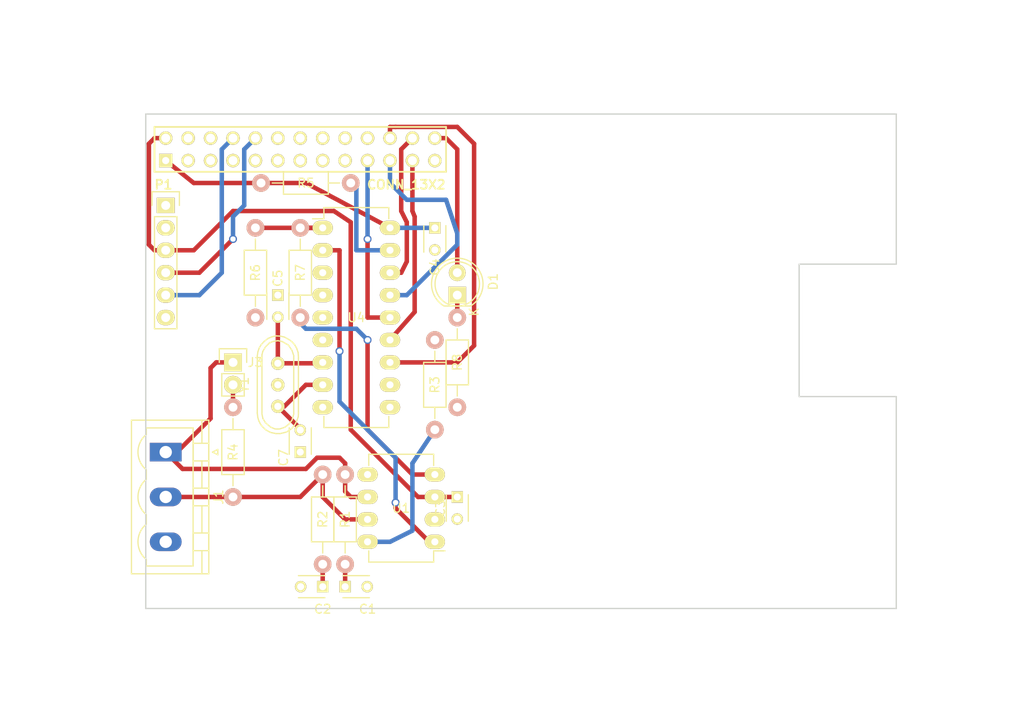
<source format=kicad_pcb>
(kicad_pcb (version 20221018) (generator pcbnew)
  (title_block (date "15 nov 2012"))
  (layers (0 "F.Cu" signal) (31 "B.Cu" signal) (34 "B.Paste" user) (35 "F.Paste" user) (36 "B.SilkS" user "B.Silkscreen") (37 "F.SilkS" user "F.Silkscreen") (38 "B.Mask" user) (39 "F.Mask" user) (44 "Edge.Cuts" user))
  (net 0 "")
  (net 1 "+3.3V")
  (net 2 "+5V")
  (net 3 "GND")
  (net 4 "Net-(C1-Pad1)")
  (net 5 "Net-(C2-Pad1)")
  (net 6 "Net-(C5-Pad2)")
  (net 7 "Net-(C7-Pad2)")
  (net 8 "Net-(D1-Pad1)")
  (net 9 "/GPIO7(CE1)")
  (net 10 "/CANL")
  (net 11 "/CANH")
  (net 12 "/RXD")
  (net 13 "/TXD")
  (net 14 "Net-(J2-Pad6)")
  (net 15 "Net-(J3-Pad2)")
  (net 16 "/GPIO0(SDA)")
  (net 17 "Net-(P1-Pad4)")
  (net 18 "/GPIO1(SCL)")
  (net 19 "/GPIO4")
  (net 20 "Net-(P1-Pad9)")
  (net 21 "/GPIO17")
  (net 22 "/GPIO18")
  (net 23 "/GPIO21")
  (net 24 "Net-(P1-Pad14)")
  (net 25 "/GPIO22")
  (net 26 "/GPIO23")
  (net 27 "Net-(P1-Pad17)")
  (net 28 "/GPIO24")
  (net 29 "/GPIO10(MOSI)")
  (net 30 "Net-(P1-Pad20)")
  (net 31 "/GPIO9(MISO)")
  (net 32 "/GPIO25")
  (net 33 "/GPIO11(SCLK)")
  (net 34 "/GPIO8(CE0)")
  (net 35 "Net-(P1-Pad25)")
  (net 36 "Net-(R3-Pad2)")
  (net 37 "Net-(R5-Pad2)")
  (net 38 "Net-(R6-Pad1)")
  (net 39 "Net-(R7-Pad1)")
  (net 40 "Net-(U1-Pad1)")
  (net 41 "Net-(U1-Pad5)")
  (net 42 "Net-(U4-Pad3)")
  (net 43 "Net-(U4-Pad4)")
  (net 44 "Net-(U4-Pad5)")
  (net 45 "Net-(U4-Pad6)")
  (net 46 "Net-(U4-Pad10)")
  (net 47 "Net-(U4-Pad11)")
  (footprint "pin_array_13x2" (layer "F.Cu") (at 161 129)
    (fp_text reference "P1" (at -15.5 4) (layer "F.SilkS") (effects (font (size 1.016 1.016) (thickness 0.2032))))
    (fp_text value "CONN_13X2" (at 12 4) (layer "F.SilkS") (effects (font (size 1.016 1.016) (thickness 0.2032))))
    (fp_line (start -16.51 -2.54) (end -16.51 2.54) (stroke (width 0.2032)) (layer "F.SilkS"))
    (fp_line (start -16.51 2.54) (end 16.51 2.54) (stroke (width 0.2032)) (layer "F.SilkS"))
    (fp_line (start 16.51 -2.54) (end -16.51 -2.54) (stroke (width 0.2032)) (layer "F.SilkS"))
    (fp_line (start 16.51 2.54) (end 16.51 -2.54) (stroke (width 0.2032)) (layer "F.SilkS"))
    (pad "1" thru_hole rect locked (at -15.24 1.27) (size 1.524 1.524) (drill 0.8128) (layers "*.Cu" "*.Mask" "F.SilkS") (net 1 "+3.3V"))
    (pad "2" thru_hole circle locked (at -15.24 -1.27) (size 1.524 1.524) (drill 1.016) (layers "*.Cu" "*.Mask" "F.SilkS") (net 2 "+5V"))
    (pad "3" thru_hole circle locked (at -12.7 1.27) (size 1.524 1.524) (drill 1.016) (layers "*.Cu" "*.Mask" "F.SilkS") (net 16 "/GPIO0(SDA)"))
    (pad "4" thru_hole circle locked (at -12.7 -1.27) (size 1.524 1.524) (drill 1.016) (layers "*.Cu" "*.Mask" "F.SilkS") (net 17 "Net-(P1-Pad4)"))
    (pad "5" thru_hole circle locked (at -10.16 1.27) (size 1.524 1.524) (drill 1.016) (layers "*.Cu" "*.Mask" "F.SilkS") (net 18 "/GPIO1(SCL)"))
    (pad "6" thru_hole circle locked (at -10.16 -1.27) (size 1.524 1.524) (drill 1.016) (layers "*.Cu" "*.Mask" "F.SilkS") (net 3 "GND"))
    (pad "7" thru_hole circle locked (at -7.62 1.27) (size 1.524 1.524) (drill 1.016) (layers "*.Cu" "*.Mask" "F.SilkS") (net 19 "/GPIO4"))
    (pad "8" thru_hole circle locked (at -7.62 -1.27) (size 1.524 1.524) (drill 1.016) (layers "*.Cu" "*.Mask" "F.SilkS") (net 13 "/TXD"))
    (pad "9" thru_hole circle locked (at -5.08 1.27) (size 1.524 1.524) (drill 1.016) (layers "*.Cu" "*.Mask" "F.SilkS") (net 20 "Net-(P1-Pad9)"))
    (pad "10" thru_hole circle locked (at -5.08 -1.27) (size 1.524 1.524) (drill 1.016) (layers "*.Cu" "*.Mask" "F.SilkS") (net 12 "/RXD"))
    (pad "11" thru_hole circle locked (at -2.54 1.27) (size 1.524 1.524) (drill 1.016) (layers "*.Cu" "*.Mask" "F.SilkS") (net 21 "/GPIO17"))
    (pad "12" thru_hole circle locked (at -2.54 -1.27) (size 1.524 1.524) (drill 1.016) (layers "*.Cu" "*.Mask" "F.SilkS") (net 22 "/GPIO18"))
    (pad "13" thru_hole circle locked (at 0 1.27) (size 1.524 1.524) (drill 1.016) (layers "*.Cu" "*.Mask" "F.SilkS") (net 23 "/GPIO21"))
    (pad "14" thru_hole circle locked (at 0 -1.27) (size 1.524 1.524) (drill 1.016) (layers "*.Cu" "*.Mask" "F.SilkS") (net 24 "Net-(P1-Pad14)"))
    (pad "15" thru_hole circle locked (at 2.54 1.27) (size 1.524 1.524) (drill 1.016) (layers "*.Cu" "*.Mask" "F.SilkS") (net 25 "/GPIO22"))
    (pad "16" thru_hole circle locked (at 2.54 -1.27) (size 1.524 1.524) (drill 1.016) (layers "*.Cu" "*.Mask" "F.SilkS") (net 26 "/GPIO23"))
    (pad "17" thru_hole circle locked (at 5.08 1.27) (size 1.524 1.524) (drill 1.016) (layers "*.Cu" "*.Mask" "F.SilkS") (net 27 "Net-(P1-Pad17)"))
    (pad "18" thru_hole circle locked (at 5.08 -1.27) (size 1.524 1.524) (drill 1.016) (layers "*.Cu" "*.Mask" "F.SilkS") (net 28 "/GPIO24"))
    (pad "19" thru_hole circle locked (at 7.62 1.27) (size 1.524 1.524) (drill 1.016) (layers "*.Cu" "*.Mask" "F.SilkS") (net 29 "/GPIO10(MOSI)"))
    (pad "20" thru_hole circle locked (at 7.62 -1.27) (size 1.524 1.524) (drill 1.016) (layers "*.Cu" "*.Mask" "F.SilkS") (net 30 "Net-(P1-Pad20)"))
    (pad "21" thru_hole circle locked (at 10.16 1.27) (size 1.524 1.524) (drill 1.016) (layers "*.Cu" "*.Mask" "F.SilkS") (net 31 "/GPIO9(MISO)"))
    (pad "22" thru_hole circle locked (at 10.16 -1.27) (size 1.524 1.524) (drill 1.016) (layers "*.Cu" "*.Mask" "F.SilkS") (net 32 "/GPIO25"))
    (pad "23" thru_hole circle locked (at 12.7 1.27) (size 1.524 1.524) (drill 1.016) (layers "*.Cu" "*.Mask" "F.SilkS") (net 33 "/GPIO11(SCLK)"))
    (pad "24" thru_hole circle locked (at 12.7 -1.27) (size 1.524 1.524) (drill 1.016) (layers "*.Cu" "*.Mask" "F.SilkS") (net 34 "/GPIO8(CE0)"))
    (pad "25" thru_hole circle locked (at 15.24 1.27) (size 1.524 1.524) (drill 1.016) (layers "*.Cu" "*.Mask" "F.SilkS") (net 35 "Net-(P1-Pad25)"))
    (pad "26" thru_hole circle locked (at 15.24 -1.27) (size 1.524 1.524) (drill 1.016) (layers "*.Cu" "*.Mask" "F.SilkS") (net 9 "/GPIO7(CE1)"))
  )
  (footprint "Capacitors_ThroughHole:C_Disc_D3_P2.5" (layer "F.Cu") (at 166.08 178.53)
    (fp_text reference "C1" (at 2.54 2.54) (layer "F.SilkS"))
    (fp_text value "560pF")
    (fp_line (start -0.25 -1.25) (end 2.75 -1.25) (stroke (width 0.15)) (layer "F.SilkS"))
    (fp_line (start 2.75 1.25) (end -0.25 1.25) (stroke (width 0.15)) (layer "F.SilkS"))
    (pad "1" thru_hole rect (at 0 0) (size 1.3 1.3) (drill 0.8) (layers "*.Cu" "*.Mask" "F.SilkS") (net 4 "Net-(C1-Pad1)"))
    (pad "2" thru_hole circle (at 2.5 0) (size 1.3 1.3) (drill 0.8001) (layers "*.Cu" "*.Mask" "F.SilkS") (net 3 "GND"))
  )
  (footprint "Capacitors_ThroughHole:C_Disc_D3_P2.5" (layer "F.Cu") (at 163.54 178.53 180)
    (fp_text reference "C2" (at 0 -2.54 180) (layer "F.SilkS"))
    (fp_text value "560pF")
    (fp_line (start -0.25 -1.25) (end 2.75 -1.25) (stroke (width 0.15)) (layer "F.SilkS"))
    (fp_line (start 2.75 1.25) (end -0.25 1.25) (stroke (width 0.15)) (layer "F.SilkS"))
    (pad "1" thru_hole rect (at 0 0 180) (size 1.3 1.3) (drill 0.8) (layers "*.Cu" "*.Mask" "F.SilkS") (net 5 "Net-(C2-Pad1)"))
    (pad "2" thru_hole circle (at 2.5 0 180) (size 1.3 1.3) (drill 0.8001) (layers "*.Cu" "*.Mask" "F.SilkS") (net 3 "GND"))
  )
  (footprint "Capacitors_ThroughHole:C_Disc_D3_P2.5" (layer "F.Cu") (at 178.78 168.37 -90)
    (fp_text reference "C3" (at 1.27 1.905 270) (layer "F.SilkS"))
    (fp_text value "0.1μF")
    (fp_line (start -0.25 -1.25) (end 2.75 -1.25) (stroke (width 0.15)) (layer "F.SilkS"))
    (fp_line (start 2.75 1.25) (end -0.25 1.25) (stroke (width 0.15)) (layer "F.SilkS"))
    (pad "1" thru_hole rect (at 0 0 270) (size 1.3 1.3) (drill 0.8) (layers "*.Cu" "*.Mask" "F.SilkS") (net 2 "+5V"))
    (pad "2" thru_hole circle (at 2.5 0 270) (size 1.3 1.3) (drill 0.8001) (layers "*.Cu" "*.Mask" "F.SilkS") (net 3 "GND"))
  )
  (footprint "Capacitors_ThroughHole:C_Disc_D3_P2.5" (layer "F.Cu") (at 176.24 137.89 -90)
    (fp_text reference "C4" (at 4.445 0 270) (layer "F.SilkS"))
    (fp_text value "0.1μF")
    (fp_line (start -0.25 -1.25) (end 2.75 -1.25) (stroke (width 0.15)) (layer "F.SilkS"))
    (fp_line (start 2.75 1.25) (end -0.25 1.25) (stroke (width 0.15)) (layer "F.SilkS"))
    (pad "1" thru_hole rect (at 0 0 270) (size 1.3 1.3) (drill 0.8) (layers "*.Cu" "*.Mask" "F.SilkS") (net 1 "+3.3V"))
    (pad "2" thru_hole circle (at 2.5 0 270) (size 1.3 1.3) (drill 0.8001) (layers "*.Cu" "*.Mask" "F.SilkS") (net 3 "GND"))
  )
  (footprint "Capacitors_ThroughHole:C_Disc_D3_P2.5" (layer "F.Cu") (at 158.46 145.51 -90)
    (fp_text reference "C5" (at -1.905 0 270) (layer "F.SilkS"))
    (fp_text value "22pF")
    (fp_line (start -0.25 -1.25) (end 2.75 -1.25) (stroke (width 0.15)) (layer "F.SilkS"))
    (fp_line (start 2.75 1.25) (end -0.25 1.25) (stroke (width 0.15)) (layer "F.SilkS"))
    (pad "1" thru_hole rect (at 0 0 270) (size 1.3 1.3) (drill 0.8) (layers "*.Cu" "*.Mask" "F.SilkS") (net 3 "GND"))
    (pad "2" thru_hole circle (at 2.5 0 270) (size 1.3 1.3) (drill 0.8001) (layers "*.Cu" "*.Mask" "F.SilkS") (net 6 "Net-(C5-Pad2)"))
  )
  (footprint "Capacitors_ThroughHole:C_Disc_D3_P2.5" (layer "F.Cu") (at 161 163.29 90)
    (fp_text reference "C7" (at -0.635 -1.905 90) (layer "F.SilkS"))
    (fp_text value "22pF")
    (fp_line (start -0.25 -1.25) (end 2.75 -1.25) (stroke (width 0.15)) (layer "F.SilkS"))
    (fp_line (start 2.75 1.25) (end -0.25 1.25) (stroke (width 0.15)) (layer "F.SilkS"))
    (pad "1" thru_hole rect (at 0 0 90) (size 1.3 1.3) (drill 0.8) (layers "*.Cu" "*.Mask" "F.SilkS") (net 3 "GND"))
    (pad "2" thru_hole circle (at 2.5 0 90) (size 1.3 1.3) (drill 0.8001) (layers "*.Cu" "*.Mask" "F.SilkS") (net 7 "Net-(C7-Pad2)"))
  )
  (footprint "LEDs:LED-5MM" (layer "F.Cu") (at 178.78 145.51 90)
    (fp_text reference "D1" (at 1.524 4.064 90) (layer "F.SilkS"))
    (fp_text value "LED")
    (fp_text user "K" (at -1.905 1.905 90) (layer "F.SilkS"))
    (fp_line (start -1.23 1.5) (end -1.23 -1.5) (stroke (width 0.15)) (layer "F.SilkS"))
    (fp_arc (start -1.23 -1.5) (mid 4.18544 -0.014565) (end -1.214888 1.524904) (stroke (width 0.15)) (layer "F.SilkS"))
    (fp_circle (center 1.27 0) (end 0.97 -2.5) (stroke (width 0.15)) (fill none) (layer "F.SilkS"))
    (pad "1" thru_hole rect (at 0 0 180) (size 2 1.9) (drill 1.00076) (layers "*.Cu" "*.Mask" "F.SilkS") (net 8 "Net-(D1-Pad1)"))
    (pad "2" thru_hole circle (at 2.54 0 90) (size 1.9 1.9) (drill 1.00076) (layers "*.Cu" "*.Mask" "F.SilkS") (net 9 "/GPIO7(CE1)"))
  )
  (footprint "Connectors_Phoenix:PhoenixContact_MSTBVA-G_03x5.08mm_Vertical" (layer "F.Cu") (at 145.76 163.29 -90)
    (fp_text reference "J1" (at 5.08 -6 270) (layer "F.SilkS"))
    (fp_text value "CANBUS")
    (fp_line (start -3.62 -4.88) (end -3.62 3.88) (stroke (width 0.15)) (layer "F.SilkS"))
    (fp_line (start -3.62 -4.1) (end -1.08 -4.1) (stroke (width 0.15)) (layer "F.SilkS"))
    (fp_line (start -3.62 3.88) (end 13.78 3.88) (stroke (width 0.15)) (layer "F.SilkS"))
    (fp_line (start -2.74 -3.1) (end 12.9 -3.1) (stroke (width 0.15)) (layer "F.SilkS"))
    (fp_line (start -2.74 2.2) (end -2.74 -3.1) (stroke (width 0.15)) (layer "F.SilkS"))
    (fp_line (start -2 2.2) (end -2.74 2.2) (stroke (width 0.15)) (layer "F.SilkS"))
    (fp_line (start -1 -4.88) (end 1 -4.88) (stroke (width 0.15)) (layer "F.SilkS"))
    (fp_line (start -1 -3.1) (end -1 -4.88) (stroke (width 0.15)) (layer "F.SilkS"))
    (fp_line (start -0.3 -5.9) (end 0 -5.3) (stroke (width 0.15)) (layer "F.SilkS"))
    (fp_line (start 0 -5.3) (end 0.3 -5.9) (stroke (width 0.15)) (layer "F.SilkS"))
    (fp_line (start 0.3 -5.9) (end -0.3 -5.9) (stroke (width 0.15)) (layer "F.SilkS"))
    (fp_line (start 1 -4.88) (end 1 -3.1) (stroke (width 0.15)) (layer "F.SilkS"))
    (fp_line (start 1 -4.1) (end 4.08 -4.1) (stroke (width 0.15)) (layer "F.SilkS"))
    (fp_line (start 1 -3.1) (end -1 -3.1) (stroke (width 0.15)) (layer "F.SilkS"))
    (fp_line (start 2 2.2) (end 3.08 2.2) (stroke (width 0.15)) (layer "F.SilkS"))
    (fp_line (start 4.08 -4.88) (end 6.08 -4.88) (stroke (width 0.15)) (layer "F.SilkS"))
    (fp_line (start 4.08 -3.1) (end 4.08 -4.88) (stroke (width 0.15)) (layer "F.SilkS"))
    (fp_line (start 6.08 -4.88) (end 6.08 -3.1) (stroke (width 0.15)) (layer "F.SilkS"))
    (fp_line (start 6.08 -4.1) (end 9.16 -4.1) (stroke (width 0.15)) (layer "F.SilkS"))
    (fp_line (start 6.08 -3.1) (end 4.08 -3.1) (stroke (width 0.15)) (layer "F.SilkS"))
    (fp_line (start 7.08 2.2) (end 8.16 2.2) (stroke (width 0.15)) (layer "F.SilkS"))
    (fp_line (start 9.16 -4.88) (end 11.16 -4.88) (stroke (width 0.15)) (layer "F.SilkS"))
    (fp_line (start 9.16 -3.1) (end 9.16 -4.88) (stroke (width 0.15)) (layer "F.SilkS"))
    (fp_line (start 11.16 -4.88) (end 11.16 -3.1) (stroke (width 0.15)) (layer "F.SilkS"))
    (fp_line (start 11.16 -3.1) (end 9.16 -3.1) (stroke (width 0.15)) (layer "F.SilkS"))
    (fp_line (start 12.9 -3.1) (end 12.9 2.2) (stroke (width 0.15)) (layer "F.SilkS"))
    (fp_line (start 12.9 2.2) (end 12.16 2.2) (stroke (width 0.15)) (layer "F.SilkS"))
    (fp_line (start 13.78 -4.88) (end -3.62 -4.88) (stroke (width 0.15)) (layer "F.SilkS"))
    (fp_line (start 13.78 -4.1) (end 11.24 -4.1) (stroke (width 0.15)) (layer "F.SilkS"))
    (fp_line (start 13.78 3.88) (end 13.78 -4.88) (stroke (width 0.15)) (layer "F.SilkS"))
    (fp_arc (start 1.986842 2.215821) (mid -0.010289 3.142758) (end -2 2.2) (stroke (width 0.15)) (layer "F.SilkS"))
    (fp_arc (start 7.066842 2.215821) (mid 5.069711 3.142758) (end 3.08 2.2) (stroke (width 0.15)) (layer "F.SilkS"))
    (fp_arc (start 12.146842 2.215821) (mid 10.149711 3.142758) (end 8.16 2.2) (stroke (width 0.15)) (layer "F.SilkS"))
    (pad "1" thru_hole rect (at 0 0 270) (size 2.1 3.6) (drill 1.4) (layers "*.Cu" "*.Mask") (net 10 "/CANL"))
    (pad "2" thru_hole oval (at 5.08 0 270) (size 2.1 3.6) (drill 1.4) (layers "*.Cu" "*.Mask") (net 11 "/CANH"))
    (pad "3" thru_hole oval (at 10.16 0 270) (size 2.1 3.6) (drill 1.4) (layers "*.Cu" "*.Mask") (net 3 "GND"))
  )
  (footprint "Pin_Headers:Pin_Header_Straight_1x06" (layer "F.Cu") (at 145.76 135.35)
    (fp_text reference "J2" (at 0 -5.1) (layer "F.SilkS"))
    (fp_text value "TTL_SERIAL")
    (fp_line (start -1.55 -1.55) (end 1.55 -1.55) (stroke (width 0.15)) (layer "F.SilkS"))
    (fp_line (start -1.55 0) (end -1.55 -1.55) (stroke (width 0.15)) (layer "F.SilkS"))
    (fp_line (start -1.27 13.97) (end -1.27 1.27) (stroke (width 0.15)) (layer "F.SilkS"))
    (fp_line (start 1.27 1.27) (end -1.27 1.27) (stroke (width 0.15)) (layer "F.SilkS"))
    (fp_line (start 1.27 1.27) (end 1.27 13.97) (stroke (width 0.15)) (layer "F.SilkS"))
    (fp_line (start 1.27 13.97) (end -1.27 13.97) (stroke (width 0.15)) (layer "F.SilkS"))
    (fp_line (start 1.55 -1.55) (end 1.55 0) (stroke (width 0.15)) (layer "F.SilkS"))
    (pad "1" thru_hole rect (at 0 0) (size 2.032 1.7272) (drill 1.016) (layers "*.Cu" "*.Mask" "F.SilkS") (net 3 "GND"))
    (pad "2" thru_hole oval (at 0 2.54) (size 2.032 1.7272) (drill 1.016) (layers "*.Cu" "*.Mask" "F.SilkS") (net 3 "GND"))
    (pad "3" thru_hole oval (at 0 5.08) (size 2.032 1.7272) (drill 1.016) (layers "*.Cu" "*.Mask" "F.SilkS") (net 2 "+5V"))
    (pad "4" thru_hole oval (at 0 7.62) (size 2.032 1.7272) (drill 1.016) (layers "*.Cu" "*.Mask" "F.SilkS") (net 12 "/RXD"))
    (pad "5" thru_hole oval (at 0 10.16) (size 2.032 1.7272) (drill 1.016) (layers "*.Cu" "*.Mask" "F.SilkS") (net 13 "/TXD"))
    (pad "6" thru_hole oval (at 0 12.7) (size 2.032 1.7272) (drill 1.016) (layers "*.Cu" "*.Mask" "F.SilkS") (net 14 "Net-(J2-Pad6)"))
  )
  (footprint "Pin_Headers:Pin_Header_Straight_1x02" (layer "F.Cu") (at 153.38 153.13)
    (fp_text reference "J3" (at 2.54 0) (layer "F.SilkS"))
    (fp_text value "TERMINATE")
    (fp_line (start -1.55 -1.55) (end 1.55 -1.55) (stroke (width 0.15)) (layer "F.SilkS"))
    (fp_line (start -1.55 0) (end -1.55 -1.55) (stroke (width 0.15)) (layer "F.SilkS"))
    (fp_line (start -1.27 1.27) (end -1.27 3.81) (stroke (width 0.15)) (layer "F.SilkS"))
    (fp_line (start -1.27 3.81) (end 1.27 3.81) (stroke (width 0.15)) (layer "F.SilkS"))
    (fp_line (start 1.27 1.27) (end -1.27 1.27) (stroke (width 0.15)) (layer "F.SilkS"))
    (fp_line (start 1.27 1.27) (end 1.27 3.81) (stroke (width 0.15)) (layer "F.SilkS"))
    (fp_line (start 1.55 -1.55) (end 1.55 0) (stroke (width 0.15)) (layer "F.SilkS"))
    (pad "1" thru_hole rect (at 0 0) (size 2.032 2.032) (drill 1.016) (layers "*.Cu" "*.Mask" "F.SilkS") (net 10 "/CANL"))
    (pad "2" thru_hole oval (at 0 2.54) (size 2.032 2.032) (drill 1.016) (layers "*.Cu" "*.Mask" "F.SilkS") (net 15 "Net-(J3-Pad2)"))
  )
  (footprint "Resistors_ThroughHole:Resistor_Horizontal_RM10mm" (layer "F.Cu") (at 166.08 165.83 -90)
    (fp_text reference "R1" (at 5.08 0 270) (layer "F.SilkS"))
    (fp_text value "100Ω")
    (fp_line (start 2.54 -1.27) (end 7.62 -1.27) (stroke (width 0.15)) (layer "F.SilkS"))
    (fp_line (start 2.54 0) (end 1.27 0) (stroke (width 0.15)) (layer "F.SilkS"))
    (fp_line (start 2.54 1.27) (end 2.54 -1.27) (stroke (width 0.15)) (layer "F.SilkS"))
    (fp_line (start 7.62 -1.27) (end 7.62 1.27) (stroke (width 0.15)) (layer "F.SilkS"))
    (fp_line (start 7.62 0) (end 8.89 0) (stroke (width 0.15)) (layer "F.SilkS"))
    (fp_line (start 7.62 1.27) (end 2.54 1.27) (stroke (width 0.15)) (layer "F.SilkS"))
    (pad "1" thru_hole circle (at 0 0 270) (size 1.99898 1.99898) (drill 1.00076) (layers "*.Cu" "*.SilkS" "*.Mask") (net 10 "/CANL"))
    (pad "2" thru_hole circle (at 10.16 0 270) (size 1.99898 1.99898) (drill 1.00076) (layers "*.Cu" "*.SilkS" "*.Mask") (net 4 "Net-(C1-Pad1)"))
  )
  (footprint "Resistors_ThroughHole:Resistor_Horizontal_RM10mm" (layer "F.Cu") (at 163.54 165.83 -90)
    (fp_text reference "R2" (at 5.08 0 270) (layer "F.SilkS"))
    (fp_text value "100Ω")
    (fp_line (start 2.54 -1.27) (end 7.62 -1.27) (stroke (width 0.15)) (layer "F.SilkS"))
    (fp_line (start 2.54 0) (end 1.27 0) (stroke (width 0.15)) (layer "F.SilkS"))
    (fp_line (start 2.54 1.27) (end 2.54 -1.27) (stroke (width 0.15)) (layer "F.SilkS"))
    (fp_line (start 7.62 -1.27) (end 7.62 1.27) (stroke (width 0.15)) (layer "F.SilkS"))
    (fp_line (start 7.62 0) (end 8.89 0) (stroke (width 0.15)) (layer "F.SilkS"))
    (fp_line (start 7.62 1.27) (end 2.54 1.27) (stroke (width 0.15)) (layer "F.SilkS"))
    (pad "1" thru_hole circle (at 0 0 270) (size 1.99898 1.99898) (drill 1.00076) (layers "*.Cu" "*.SilkS" "*.Mask") (net 11 "/CANH"))
    (pad "2" thru_hole circle (at 10.16 0 270) (size 1.99898 1.99898) (drill 1.00076) (layers "*.Cu" "*.SilkS" "*.Mask") (net 5 "Net-(C2-Pad1)"))
  )
  (footprint "Resistors_ThroughHole:Resistor_Horizontal_RM10mm" (layer "F.Cu") (at 176.24 150.59 -90)
    (fp_text reference "R3" (at 5.08 0 270) (layer "F.SilkS"))
    (fp_text value "4K7Ω")
    (fp_line (start 2.54 -1.27) (end 7.62 -1.27) (stroke (width 0.15)) (layer "F.SilkS"))
    (fp_line (start 2.54 0) (end 1.27 0) (stroke (width 0.15)) (layer "F.SilkS"))
    (fp_line (start 2.54 1.27) (end 2.54 -1.27) (stroke (width 0.15)) (layer "F.SilkS"))
    (fp_line (start 7.62 -1.27) (end 7.62 1.27) (stroke (width 0.15)) (layer "F.SilkS"))
    (fp_line (start 7.62 0) (end 8.89 0) (stroke (width 0.15)) (layer "F.SilkS"))
    (fp_line (start 7.62 1.27) (end 2.54 1.27) (stroke (width 0.15)) (layer "F.SilkS"))
    (pad "1" thru_hole circle (at 0 0 270) (size 1.99898 1.99898) (drill 1.00076) (layers "*.Cu" "*.SilkS" "*.Mask") (net 3 "GND"))
    (pad "2" thru_hole circle (at 10.16 0 270) (size 1.99898 1.99898) (drill 1.00076) (layers "*.Cu" "*.SilkS" "*.Mask") (net 36 "Net-(R3-Pad2)"))
  )
  (footprint "Resistors_ThroughHole:Resistor_Horizontal_RM10mm" (layer "F.Cu") (at 153.38 168.37 90)
    (fp_text reference "R4" (at 5.08 0 90) (layer "F.SilkS"))
    (fp_text value "120Ω")
    (fp_line (start 2.54 -1.27) (end 7.62 -1.27) (stroke (width 0.15)) (layer "F.SilkS"))
    (fp_line (start 2.54 0) (end 1.27 0) (stroke (width 0.15)) (layer "F.SilkS"))
    (fp_line (start 2.54 1.27) (end 2.54 -1.27) (stroke (width 0.15)) (layer "F.SilkS"))
    (fp_line (start 7.62 -1.27) (end 7.62 1.27) (stroke (width 0.15)) (layer "F.SilkS"))
    (fp_line (start 7.62 0) (end 8.89 0) (stroke (width 0.15)) (layer "F.SilkS"))
    (fp_line (start 7.62 1.27) (end 2.54 1.27) (stroke (width 0.15)) (layer "F.SilkS"))
    (pad "1" thru_hole circle (at 0 0 90) (size 1.99898 1.99898) (drill 1.00076) (layers "*.Cu" "*.SilkS" "*.Mask") (net 11 "/CANH"))
    (pad "2" thru_hole circle (at 10.16 0 90) (size 1.99898 1.99898) (drill 1.00076) (layers "*.Cu" "*.SilkS" "*.Mask") (net 15 "Net-(J3-Pad2)"))
  )
  (footprint "Resistors_ThroughHole:Resistor_Horizontal_RM10mm" (layer "F.Cu") (at 156.555 132.81)
    (fp_text reference "R5" (at 5.08 0) (layer "F.SilkS"))
    (fp_text value "4K7Ω")
    (fp_line (start 2.54 -1.27) (end 7.62 -1.27) (stroke (width 0.15)) (layer "F.SilkS"))
    (fp_line (start 2.54 0) (end 1.27 0) (stroke (width 0.15)) (layer "F.SilkS"))
    (fp_line (start 2.54 1.27) (end 2.54 -1.27) (stroke (width 0.15)) (layer "F.SilkS"))
    (fp_line (start 7.62 -1.27) (end 7.62 1.27) (stroke (width 0.15)) (layer "F.SilkS"))
    (fp_line (start 7.62 0) (end 8.89 0) (stroke (width 0.15)) (layer "F.SilkS"))
    (fp_line (start 7.62 1.27) (end 2.54 1.27) (stroke (width 0.15)) (layer "F.SilkS"))
    (pad "1" thru_hole circle (at 0 0) (size 1.99898 1.99898) (drill 1.00076) (layers "*.Cu" "*.SilkS" "*.Mask") (net 1 "+3.3V"))
    (pad "2" thru_hole circle (at 10.16 0) (size 1.99898 1.99898) (drill 1.00076) (layers "*.Cu" "*.SilkS" "*.Mask") (net 37 "Net-(R5-Pad2)"))
  )
  (footprint "Resistors_ThroughHole:Resistor_Horizontal_RM10mm" (layer "F.Cu") (at 155.92 137.89 -90)
    (fp_text reference "R6" (at 5.08 0 270) (layer "F.SilkS"))
    (fp_text value "18KΩ")
    (fp_line (start 2.54 -1.27) (end 7.62 -1.27) (stroke (width 0.15)) (layer "F.SilkS"))
    (fp_line (start 2.54 0) (end 1.27 0) (stroke (width 0.15)) (layer "F.SilkS"))
    (fp_line (start 2.54 1.27) (end 2.54 -1.27) (stroke (width 0.15)) (layer "F.SilkS"))
    (fp_line (start 7.62 -1.27) (end 7.62 1.27) (stroke (width 0.15)) (layer "F.SilkS"))
    (fp_line (start 7.62 0) (end 8.89 0) (stroke (width 0.15)) (layer "F.SilkS"))
    (fp_line (start 7.62 1.27) (end 2.54 1.27) (stroke (width 0.15)) (layer "F.SilkS"))
    (pad "1" thru_hole circle (at 0 0 270) (size 1.99898 1.99898) (drill 1.00076) (layers "*.Cu" "*.SilkS" "*.Mask") (net 38 "Net-(R6-Pad1)"))
    (pad "2" thru_hole circle (at 10.16 0 270) (size 1.99898 1.99898) (drill 1.00076) (layers "*.Cu" "*.SilkS" "*.Mask") (net 3 "GND"))
  )
  (footprint "Resistors_ThroughHole:Resistor_Horizontal_RM10mm" (layer "F.Cu") (at 161 148.05 90)
    (fp_text reference "R7" (at 5.08 0 90) (layer "F.SilkS"))
    (fp_text value "10KΩ")
    (fp_line (start 2.54 -1.27) (end 7.62 -1.27) (stroke (width 0.15)) (layer "F.SilkS"))
    (fp_line (start 2.54 0) (end 1.27 0) (stroke (width 0.15)) (layer "F.SilkS"))
    (fp_line (start 2.54 1.27) (end 2.54 -1.27) (stroke (width 0.15)) (layer "F.SilkS"))
    (fp_line (start 7.62 -1.27) (end 7.62 1.27) (stroke (width 0.15)) (layer "F.SilkS"))
    (fp_line (start 7.62 0) (end 8.89 0) (stroke (width 0.15)) (layer "F.SilkS"))
    (fp_line (start 7.62 1.27) (end 2.54 1.27) (stroke (width 0.15)) (layer "F.SilkS"))
    (pad "1" thru_hole circle (at 0 0 90) (size 1.99898 1.99898) (drill 1.00076) (layers "*.Cu" "*.SilkS" "*.Mask") (net 39 "Net-(R7-Pad1)"))
    (pad "2" thru_hole circle (at 10.16 0 90) (size 1.99898 1.99898) (drill 1.00076) (layers "*.Cu" "*.SilkS" "*.Mask") (net 38 "Net-(R6-Pad1)"))
  )
  (footprint "Resistors_ThroughHole:Resistor_Horizontal_RM10mm" (layer "F.Cu") (at 178.78 158.21 90)
    (fp_text reference "R8" (at 5.08 0 90) (layer "F.SilkS"))
    (fp_text value "1KΩ")
    (fp_line (start 2.54 -1.27) (end 7.62 -1.27) (stroke (width 0.15)) (layer "F.SilkS"))
    (fp_line (start 2.54 0) (end 1.27 0) (stroke (width 0.15)) (layer "F.SilkS"))
    (fp_line (start 2.54 1.27) (end 2.54 -1.27) (stroke (width 0.15)) (layer "F.SilkS"))
    (fp_line (start 7.62 -1.27) (end 7.62 1.27) (stroke (width 0.15)) (layer "F.SilkS"))
    (fp_line (start 7.62 0) (end 8.89 0) (stroke (width 0.15)) (layer "F.SilkS"))
    (fp_line (start 7.62 1.27) (end 2.54 1.27) (stroke (width 0.15)) (layer "F.SilkS"))
    (pad "1" thru_hole circle (at 0 0 90) (size 1.99898 1.99898) (drill 1.00076) (layers "*.Cu" "*.SilkS" "*.Mask") (net 3 "GND"))
    (pad "2" thru_hole circle (at 10.16 0 90) (size 1.99898 1.99898) (drill 1.00076) (layers "*.Cu" "*.SilkS" "*.Mask") (net 8 "Net-(D1-Pad1)"))
  )
  (footprint "Housings_DIP:DIP-8_W7.62mm_LongPads" (layer "F.Cu") (at 176.24 173.45 180)
    (fp_text reference "U1" (at 3.81 3.81 180) (layer "F.SilkS"))
    (fp_text value "MCP2551-I/P")
    (fp_line (start 0.135 -2.295) (end 0.135 -1.025) (stroke (width 0.15)) (layer "F.SilkS"))
    (fp_line (start 0.135 -2.295) (end 7.485 -2.295) (stroke (width 0.15)) (layer "F.SilkS"))
    (fp_line (start 0.135 -1.025) (end -1.15 -1.025) (stroke (width 0.15)) (layer "F.SilkS"))
    (fp_line (start 0.135 9.915) (end 0.135 8.645) (stroke (width 0.15)) (layer "F.SilkS"))
    (fp_line (start 0.135 9.915) (end 7.485 9.915) (stroke (width 0.15)) (layer "F.SilkS"))
    (fp_line (start 7.485 -2.295) (end 7.485 -1.025) (stroke (width 0.15)) (layer "F.SilkS"))
    (fp_line (start 7.485 9.915) (end 7.485 8.645) (stroke (width 0.15)) (layer "F.SilkS"))
    (pad "1" thru_hole oval (at 0 0 180) (size 2.3 1.6) (drill 0.8) (layers "*.Cu" "*.Mask" "F.SilkS") (net 40 "Net-(U1-Pad1)"))
    (pad "2" thru_hole oval (at 0 2.54 180) (size 2.3 1.6) (drill 0.8) (layers "*.Cu" "*.Mask" "F.SilkS") (net 3 "GND"))
    (pad "3" thru_hole oval (at 0 5.08 180) (size 2.3 1.6) (drill 0.8) (layers "*.Cu" "*.Mask" "F.SilkS") (net 2 "+5V"))
    (pad "4" thru_hole oval (at 0 7.62 180) (size 2.3 1.6) (drill 0.8) (layers "*.Cu" "*.Mask" "F.SilkS") (net 39 "Net-(R7-Pad1)"))
    (pad "5" thru_hole oval (at 7.62 7.62 180) (size 2.3 1.6) (drill 0.8) (layers "*.Cu" "*.Mask" "F.SilkS") (net 41 "Net-(U1-Pad5)"))
    (pad "6" thru_hole oval (at 7.62 5.08 180) (size 2.3 1.6) (drill 0.8) (layers "*.Cu" "*.Mask" "F.SilkS") (net 10 "/CANL"))
    (pad "7" thru_hole oval (at 7.62 2.54 180) (size 2.3 1.6) (drill 0.8) (layers "*.Cu" "*.Mask" "F.SilkS") (net 11 "/CANH"))
    (pad "8" thru_hole oval (at 7.62 0 180) (size 2.3 1.6) (drill 0.8) (layers "*.Cu" "*.Mask" "F.SilkS") (net 36 "Net-(R3-Pad2)"))
  )
  (footprint "Housings_DIP:DIP-18_W7.62mm_LongPads" (layer "F.Cu") (at 163.54 137.89)
    (fp_text reference "U4" (at 3.81 10.16) (layer "F.SilkS"))
    (fp_text value "MCP2515")
    (fp_line (start 0.135 -2.295) (end 0.135 -1.025) (stroke (width 0.15)) (layer "F.SilkS"))
    (fp_line (start 0.135 -2.295) (end 7.485 -2.295) (stroke (width 0.15)) (layer "F.SilkS"))
    (fp_line (start 0.135 -1.025) (end -1.15 -1.025) (stroke (width 0.15)) (layer "F.SilkS"))
    (fp_line (start 0.135 22.615) (end 0.135 21.345) (stroke (width 0.15)) (layer "F.SilkS"))
    (fp_line (start 0.135 22.615) (end 7.485 22.615) (stroke (width 0.15)) (layer "F.SilkS"))
    (fp_line (start 7.485 -2.295) (end 7.485 -1.025) (stroke (width 0.15)) (layer "F.SilkS"))
    (fp_line (start 7.485 22.615) (end 7.485 21.345) (stroke (width 0.15)) (layer "F.SilkS"))
    (pad "1" thru_hole oval (at 0 0) (size 2.3 1.6) (drill 0.8) (layers "*.Cu" "*.Mask" "F.SilkS") (net 38 "Net-(R6-Pad1)"))
    (pad "2" thru_hole oval (at 0 2.54) (size 2.3 1.6) (drill 0.8) (layers "*.Cu" "*.Mask" "F.SilkS") (net 40 "Net-(U1-Pad1)"))
    (pad "3" thru_hole oval (at 0 5.08) (size 2.3 1.6) (drill 0.8) (layers "*.Cu" "*.Mask" "F.SilkS") (net 42 "Net-(U4-Pad3)"))
    (pad "4" thru_hole oval (at 0 7.62) (size 2.3 1.6) (drill 0.8) (layers "*.Cu" "*.Mask" "F.SilkS") (net 43 "Net-(U4-Pad4)"))
    (pad "5" thru_hole oval (at 0 10.16) (size 2.3 1.6) (drill 0.8) (layers "*.Cu" "*.Mask" "F.SilkS") (net 44 "Net-(U4-Pad5)"))
    (pad "6" thru_hole oval (at 0 12.7) (size 2.3 1.6) (drill 0.8) (layers "*.Cu" "*.Mask" "F.SilkS") (net 45 "Net-(U4-Pad6)"))
    (pad "7" thru_hole oval (at 0 15.24) (size 2.3 1.6) (drill 0.8) (layers "*.Cu" "*.Mask" "F.SilkS") (net 6 "Net-(C5-Pad2)"))
    (pad "8" thru_hole oval (at 0 17.78) (size 2.3 1.6) (drill 0.8) (layers "*.Cu" "*.Mask" "F.SilkS") (net 7 "Net-(C7-Pad2)"))
    (pad "9" thru_hole oval (at 0 20.32) (size 2.3 1.6) (drill 0.8) (layers "*.Cu" "*.Mask" "F.SilkS") (net 3 "GND"))
    (pad "10" thru_hole oval (at 7.62 20.32) (size 2.3 1.6) (drill 0.8) (layers "*.Cu" "*.Mask" "F.SilkS") (net 46 "Net-(U4-Pad10)"))
    (pad "11" thru_hole oval (at 7.62 17.78) (size 2.3 1.6) (drill 0.8) (layers "*.Cu" "*.Mask" "F.SilkS") (net 47 "Net-(U4-Pad11)"))
    (pad "12" thru_hole oval (at 7.62 15.24) (size 2.3 1.6) (drill 0.8) (layers "*.Cu" "*.Mask" "F.SilkS") (net 32 "/GPIO25"))
    (pad "13" thru_hole oval (at 7.62 12.7) (size 2.3 1.6) (drill 0.8) (layers "*.Cu" "*.Mask" "F.SilkS") (net 33 "/GPIO11(SCLK)"))
    (pad "14" thru_hole oval (at 7.62 10.16) (size 2.3 1.6) (drill 0.8) (layers "*.Cu" "*.Mask" "F.SilkS") (net 29 "/GPIO10(MOSI)"))
    (pad "15" thru_hole oval (at 7.62 7.62) (size 2.3 1.6) (drill 0.8) (layers "*.Cu" "*.Mask" "F.SilkS") (net 31 "/GPIO9(MISO)"))
    (pad "16" thru_hole oval (at 7.62 5.08) (size 2.3 1.6) (drill 0.8) (layers "*.Cu" "*.Mask" "F.SilkS") (net 34 "/GPIO8(CE0)"))
    (pad "17" thru_hole oval (at 7.62 2.54) (size 2.3 1.6) (drill 0.8) (layers "*.Cu" "*.Mask" "F.SilkS") (net 37 "Net-(R5-Pad2)"))
    (pad "18" thru_hole oval (at 7.62 0) (size 2.3 1.6) (drill 0.8) (layers "*.Cu" "*.Mask" "F.SilkS") (net 1 "+3.3V"))
  )
  (footprint "Crystals:Crystal_HC49-U_Vertical_3Pin" (layer "F.Cu") (at 158.46 155.67 90)
    (fp_text reference "Y1" (at 0 -3.81 90) (layer "F.SilkS"))
    (fp_text value "16MHz")
    (fp_line (start -5.51942 -0.23114) (end -5.51942 0.2794) (stroke (width 0.15)) (layer "F.SilkS"))
    (fp_line (start -5.51942 0.2794) (end -5.34924 0.98044) (stroke (width 0.15)) (layer "F.SilkS"))
    (fp_line (start -5.38988 -0.83058) (end -5.51942 -0.23114) (stroke (width 0.15)) (layer "F.SilkS"))
    (fp_line (start -5.34924 0.98044) (end -4.95046 1.56972) (stroke (width 0.15)) (layer "F.SilkS"))
    (fp_line (start -5.10032 -1.36906) (end -5.38988 -0.83058) (stroke (width 0.15)) (layer "F.SilkS"))
    (fp_line (start -5.00126 -0.29972) (end -4.8006 -0.8001) (stroke (width 0.15)) (layer "F.SilkS"))
    (fp_line (start -5.00126 0.20066) (end -5.00126 -0.29972) (stroke (width 0.15)) (layer "F.SilkS"))
    (fp_line (start -4.95046 1.56972) (end -4.49072 1.94056) (stroke (width 0.15)) (layer "F.SilkS"))
    (fp_line (start -4.8006 -0.8001) (end -4.30022 -1.39954) (stroke (width 0.15)) (layer "F.SilkS"))
    (fp_line (start -4.8006 0.8001) (end -5.00126 0.20066) (stroke (width 0.15)) (layer "F.SilkS"))
    (fp_line (start -4.77012 -1.71958) (end -5.10032 -1.36906) (stroke (width 0.15)) (layer "F.SilkS"))
    (fp_line (start -4.49072 1.94056) (end -4.06908 2.14884) (stroke (width 0.15)) (layer "F.SilkS"))
    (fp_line (start -4.48056 -1.95072) (end -4.77012 -1.71958) (stroke (width 0.15)) (layer "F.SilkS"))
    (fp_line (start -4.39928 1.30048) (end -4.8006 0.8001) (stroke (width 0.15)) (layer "F.SilkS"))
    (fp_line (start -4.30022 -1.39954) (end -3.79984 -1.69926) (stroke (width 0.15)) (layer "F.SilkS"))
    (fp_line (start -4.06908 2.14884) (end -3.6195 2.30886) (stroke (width 0.15)) (layer "F.SilkS"))
    (fp_line (start -4.04876 -2.16916) (end -4.48056 -1.95072) (stroke (width 0.15)) (layer "F.SilkS"))
    (fp_line (start -4.0005 1.6002) (end -4.39928 1.30048) (stroke (width 0.15)) (layer "F.SilkS"))
    (fp_line (start -3.79984 -1.69926) (end -3.29946 -1.80086) (stroke (width 0.15)) (layer "F.SilkS"))
    (fp_line (start -3.64998 -2.28092) (end -4.04876 -2.16916) (stroke (width 0.15)) (layer "F.SilkS"))
    (fp_line (start -3.6195 2.30886) (end -3.18008 2.33934) (stroke (width 0.15)) (layer "F.SilkS"))
    (fp_line (start -3.29946 1.80086) (end -4.0005 1.6002) (stroke (width 0.15)) (layer "F.SilkS"))
    (fp_line (start -3.2004 -2.32918) (end 3.2512 -2.32918) (stroke (width 0.15)) (layer "F.SilkS"))
    (fp_line (start -3.2004 -1.80086) (end 3.40106 -1.80086) (stroke (width 0.15)) (layer "F.SilkS"))
    (fp_line (start -3.2004 2.32918) (end 3.2512 2.32918) (stroke (width 0.15)) (layer "F.SilkS"))
    (fp_line (start -3.19024 -2.32918) (end -3.64998 -2.28092) (stroke (width 0.15)) (layer "F.SilkS"))
    (fp_line (start 3.2512 2.32918) (end 3.6703 2.29108) (stroke (width 0.15)) (layer "F.SilkS"))
    (fp_line (start 3.29946 1.80086) (end -3.29946 1.80086) (stroke (width 0.15)) (layer "F.SilkS"))
    (fp_line (start 3.40106 -1.80086) (end 3.79984 -1.69926) (stroke (width 0.15)) (layer "F.SilkS"))
    (fp_line (start 3.6703 2.29108) (end 4.16052 2.1209) (stroke (width 0.15)) (layer "F.SilkS"))
    (fp_line (start 3.73126 -2.2606) (end 3.2893 -2.32918) (stroke (width 0.15)) (layer "F.SilkS"))
    (fp_line (start 3.79984 -1.69926) (end 4.30022 -1.39954) (stroke (width 0.15)) (layer "F.SilkS"))
    (fp_line (start 3.8989 1.6002) (end 3.29946 1.80086) (stroke (width 0.15)) (layer "F.SilkS"))
    (fp_line (start 4.16052 -2.1209) (end 3.73126 -2.2606) (stroke (width 0.15)) (layer "F.SilkS"))
    (fp_line (start 4.16052 2.1209) (end 4.53898 1.89992) (stroke (width 0.15)) (layer "F.SilkS"))
    (fp_line (start 4.30022 -1.39954) (end 4.8006 -0.89916) (stroke (width 0.15)) (layer "F.SilkS"))
    (fp_line (start 4.50088 1.19888) (end 3.8989 1.6002) (stroke (width 0.15)) (layer "F.SilkS"))
    (fp_line (start 4.53898 1.89992) (end 4.85902 1.62052) (stroke (width 0.15)) (layer "F.SilkS"))
    (fp_line (start 4.54914 -1.88976) (end 4.16052 -2.1209) (stroke (width 0.15)) (layer "F.SilkS"))
    (fp_line (start 4.699 -1.00076) (end 4.89966 -0.59944) (stroke (width 0.15)) (layer "F.SilkS"))
    (fp_line (start 4.85902 1.62052) (end 5.11048 1.29032) (stroke (width 0.15)) (layer "F.SilkS"))
    (fp_line (start 4.89966 -1.56972) (end 4.54914 -1.88976) (stroke (width 0.15)) (layer "F.SilkS"))
    (fp_line (start 4.89966 -0.59944) (end 5.00126 0) (stroke (width 0.15)) (layer "F.SilkS"))
    (fp_line (start 4.89966 0.50038) (end 4.50088 1.19888) (stroke (width 0.15)) (layer "F.SilkS"))
    (fp_line (start 5.00126 0) (end 4.89966 0.50038) (stroke (width 0.15)) (layer "F.SilkS"))
    (fp_line (start 5.11048 1.29032) (end 5.4102 0.73914) (stroke (width 0.15)) (layer "F.SilkS"))
    (fp_line (start 5.26034 -1.09982) (end 4.89966 -1.56972) (stroke (width 0.15)) (layer "F.SilkS"))
    (fp_line (start 5.4102 0.73914) (end 5.51942 0.26924) (stroke (width 0.15)) (layer "F.SilkS"))
    (fp_line (start 5.45084 -0.65024) (end 5.26034 -1.09982) (stroke (width 0.15)) (layer "F.SilkS"))
    (fp_line (start 5.51942 0.26924) (end 5.53974 -0.1905) (stroke (width 0.15)) (layer "F.SilkS"))
    (fp_line (start 5.53974 -0.1905) (end 5.45084 -0.65024) (stroke (width 0.15)) (layer "F.SilkS"))
    (pad "1" thru_hole circle (at -2.44094 0 90) (size 1.50114 1.50114) (drill 0.8001) (layers "*.Cu" "*.Mask" "F.SilkS") (net 7 "Net-(C7-Pad2)"))
    (pad "2" thru_hole circle (at 2.44094 0 90) (size 1.50114 1.50114) (drill 0.8001) (layers "*.Cu" "*.Mask" "F.SilkS") (net 6 "Net-(C5-Pad2)"))
    (pad "3" thru_hole circle (at 0 0 90) (size 1.50114 1.50114) (drill 0.8001) (layers "*.Cu" "*.Mask" "F.SilkS") (net 3 "GND"))
  )
  (gr_line (start 143.5 125) (end 143.5 181) (stroke (width 0.15)) (layer "Edge.Cuts"))
  (gr_line (start 228.5 125) (end 143.5 125) (stroke (width 0.15)) (layer "Edge.Cuts"))
  (gr_line (start 228.5 181) (end 228.5 157) (stroke (width 0.15)) (layer "Edge.Cuts"))
  (gr_line (start 217.5 142) (end 228.5 142) (stroke (width 0.15)) (layer "Edge.Cuts"))
  (gr_line (start 228.5 142) (end 228.5 125) (stroke (width 0.15)) (layer "Edge.Cuts"))
  (gr_line (start 143.5 181) (end 228.5 181) (stroke (width 0.15)) (layer "Edge.Cuts"))
  (gr_line (start 217.5 157) (end 217.5 142) (stroke (width 0.15)) (layer "Edge.Cuts"))
  (gr_line (start 228.5 157) (end 217.5 157) (stroke (width 0.15)) (layer "Edge.Cuts"))
  (segment (start 148.935 132.81) (end 155.92 132.81) (width 0.508) (layer "F.Cu") (net 1))
  (segment (start 161.635 132.81) (end 156.555 132.81) (width 0.508) (layer "F.Cu") (net 1))
  (segment (start 145.76 130.27) (end 148.935 132.81) (width 0.508) (layer "F.Cu") (net 1))
  (segment (start 161.635 132.81) (end 171.16 137.89) (width 0.508) (layer "F.Cu") (net 1))
  (segment (start 176.24 137.89) (end 171.16 137.89) (width 0.508) (layer "B.Cu") (net 1))
  (segment (start 144.49 140.43) (end 143.855 139.795) (width 0.508) (layer "F.Cu") (net 2))
  (segment (start 143.855 139.795) (end 143.855 128.365) (width 0.508) (layer "F.Cu") (net 2))
  (segment (start 143.855 128.365) (end 144.49 127.73) (width 0.508) (layer "F.Cu") (net 2))
  (segment (start 144.49 127.73) (end 145.76 127.73) (width 0.508) (layer "F.Cu") (net 2))
  (segment (start 148.935 140.43) (end 153.38 135.985) (width 0.508) (layer "F.Cu") (net 2))
  (segment (start 153.38 135.985) (end 164.81 135.985) (width 0.508) (layer "F.Cu") (net 2))
  (segment (start 164.81 135.985) (end 166.715 137.255) (width 0.508) (layer "F.Cu") (net 2))
  (segment (start 166.715 137.255) (end 166.715 160.75) (width 0.508) (layer "F.Cu") (net 2))
  (segment (start 166.715 160.75) (end 174.335 168.37) (width 0.508) (layer "F.Cu") (net 2))
  (segment (start 174.335 168.37) (end 176.24 168.37) (width 0.508) (layer "F.Cu") (net 2))
  (segment (start 176.24 168.37) (end 178.78 168.37) (width 0.508) (layer "F.Cu") (net 2))
  (segment (start 145.76 140.43) (end 144.49 140.43) (width 0.508) (layer "F.Cu") (net 2))
  (segment (start 145.76 140.43) (end 148.935 140.43) (width 0.508) (layer "F.Cu") (net 2))
  (segment (start 166.08 175.99) (end 166.08 178.53) (width 0.508) (layer "F.Cu") (net 4))
  (segment (start 163.54 178.53) (end 163.54 175.99) (width 0.508) (layer "F.Cu") (net 5))
  (segment (start 163.44094 153.22906) (end 163.54 153.13) (width 0.508) (layer "F.Cu") (net 6))
  (segment (start 158.46 153.22906) (end 163.44094 153.22906) (width 0.508) (layer "F.Cu") (net 6))
  (segment (start 158.46 153.22906) (end 158.46 148.01) (width 0.508) (layer "F.Cu") (net 6))
  (segment (start 161 160.65094) (end 158.46 158.11094) (width 0.508) (layer "F.Cu") (net 7))
  (segment (start 159.19406 158.11094) (end 161.635 155.67) (width 0.508) (layer "F.Cu") (net 7))
  (segment (start 161.635 155.67) (end 163.54 155.67) (width 0.508) (layer "F.Cu") (net 7))
  (segment (start 161 160.79) (end 161 160.65094) (width 0.508) (layer "F.Cu") (net 7))
  (segment (start 158.46 158.11094) (end 159.19406 158.11094) (width 0.508) (layer "F.Cu") (net 7))
  (segment (start 178.78 148.05) (end 178.78 145.51) (width 0.508) (layer "F.Cu") (net 8))
  (segment (start 177.51 127.73) (end 178.78 129) (width 0.508) (layer "F.Cu") (net 9))
  (segment (start 178.78 129) (end 178.78 142.97) (width 0.508) (layer "F.Cu") (net 9))
  (segment (start 176.24 127.73) (end 177.51 127.73) (width 0.508) (layer "F.Cu") (net 9))
  (segment (start 166.715 168.37) (end 166.08 167.735) (width 0.508) (layer "F.Cu") (net 10))
  (segment (start 166.08 167.735) (end 166.08 165.83) (width 0.508) (layer "F.Cu") (net 10))
  (segment (start 166.08 164.56) (end 165.445 163.925) (width 0.508) (layer "F.Cu") (net 10))
  (segment (start 165.445 163.925) (end 162.905 163.925) (width 0.508) (layer "F.Cu") (net 10))
  (segment (start 162.905 163.925) (end 161.635 165.195) (width 0.508) (layer "F.Cu") (net 10))
  (segment (start 161.635 165.195) (end 147.665 165.195) (width 0.508) (layer "F.Cu") (net 10))
  (segment (start 147.665 165.195) (end 145.76 163.29) (width 0.508) (layer "F.Cu") (net 10))
  (segment (start 147.03 163.29) (end 150.84 159.48) (width 0.508) (layer "F.Cu") (net 10))
  (segment (start 150.84 159.48) (end 150.84 153.765) (width 0.508) (layer "F.Cu") (net 10))
  (segment (start 150.84 153.765) (end 151.475 153.13) (width 0.508) (layer "F.Cu") (net 10))
  (segment (start 151.475 153.13) (end 153.38 153.13) (width 0.508) (layer "F.Cu") (net 10))
  (segment (start 168.62 168.37) (end 166.715 168.37) (width 0.508) (layer "F.Cu") (net 10))
  (segment (start 145.76 163.29) (end 147.03 163.29) (width 0.508) (layer "F.Cu") (net 10))
  (segment (start 166.08 165.83) (end 166.08 164.56) (width 0.508) (layer "F.Cu") (net 10))
  (segment (start 153.38 168.37) (end 161 168.37) (width 0.508) (layer "F.Cu") (net 11))
  (segment (start 161 168.37) (end 163.54 165.83) (width 0.508) (layer "F.Cu") (net 11))
  (segment (start 163.54 165.83) (end 163.54 168.37) (width 0.508) (layer "F.Cu") (net 11))
  (segment (start 163.54 168.37) (end 166.08 170.91) (width 0.508) (layer "F.Cu") (net 11))
  (segment (start 166.08 170.91) (end 168.62 170.91) (width 0.508) (layer "F.Cu") (net 11))
  (segment (start 145.76 168.37) (end 153.38 168.37) (width 0.508) (layer "F.Cu") (net 11))
  (segment (start 153.38 139.16) (end 149.57 142.97) (width 0.508) (layer "F.Cu") (net 12))
  (segment (start 149.57 142.97) (end 145.76 142.97) (width 0.508) (layer "F.Cu") (net 12))
  (via (at 153.38 139.16) (size 0.9) (drill 0.6) (layers "F.Cu" "B.Cu") (net 12))
  (segment (start 154.65 129) (end 154.65 135.35) (width 0.508) (layer "B.Cu") (net 12))
  (segment (start 154.65 135.35) (end 153.38 136.62) (width 0.508) (layer "B.Cu") (net 12))
  (segment (start 153.38 136.62) (end 153.38 139.16) (width 0.508) (layer "B.Cu") (net 12))
  (segment (start 155.92 127.73) (end 154.65 129) (width 0.508) (layer "B.Cu") (net 12))
  (segment (start 152.11 129) (end 152.11 142.97) (width 0.508) (layer "B.Cu") (net 13))
  (segment (start 152.11 142.97) (end 149.57 145.51) (width 0.508) (layer "B.Cu") (net 13))
  (segment (start 149.57 145.51) (end 145.76 145.51) (width 0.508) (layer "B.Cu") (net 13))
  (segment (start 153.38 127.73) (end 152.11 129) (width 0.508) (layer "B.Cu") (net 13))
  (segment (start 153.38 158.21) (end 153.38 155.67) (width 0.508) (layer "F.Cu") (net 15))
  (segment (start 168.62 139.16) (end 168.62 148.05) (width 0.508) (layer "F.Cu") (net 29))
  (segment (start 168.62 148.05) (end 171.16 148.05) (width 0.508) (layer "F.Cu") (net 29))
  (via (at 168.62 139.16) (size 0.9) (drill 0.6) (layers "F.Cu" "B.Cu") (net 29))
  (segment (start 168.62 130.27) (end 168.62 139.16) (width 0.508) (layer "B.Cu") (net 29))
  (segment (start 171.16 132.81) (end 173.065 134.715) (width 0.508) (layer "B.Cu") (net 31))
  (segment (start 173.065 134.715) (end 177.51 134.715) (width 0.508) (layer "B.Cu") (net 31))
  (segment (start 177.51 134.715) (end 178.78 138.525) (width 0.508) (layer "B.Cu") (net 31))
  (segment (start 178.78 138.525) (end 178.78 139.795) (width 0.508) (layer "B.Cu") (net 31))
  (segment (start 178.78 139.795) (end 173.065 145.51) (width 0.508) (layer "B.Cu") (net 31))
  (segment (start 173.065 145.51) (end 171.16 145.51) (width 0.508) (layer "B.Cu") (net 31))
  (segment (start 171.16 130.27) (end 171.16 132.81) (width 0.508) (layer "B.Cu") (net 31))
  (segment (start 171.16 126.46) (end 171.795 126.46) (width 0.508) (layer "F.Cu") (net 32))
  (segment (start 171.795 126.46) (end 178.78 126.46) (width 0.508) (layer "F.Cu") (net 32))
  (segment (start 178.78 126.46) (end 180.685 128.365) (width 0.508) (layer "F.Cu") (net 32))
  (segment (start 180.685 128.365) (end 180.685 151.225) (width 0.508) (layer "F.Cu") (net 32))
  (segment (start 180.685 151.225) (end 178.78 153.13) (width 0.508) (layer "F.Cu") (net 32))
  (segment (start 178.78 153.13) (end 171.16 153.13) (width 0.508) (layer "F.Cu") (net 32))
  (segment (start 171.16 127.73) (end 171.16 126.46) (width 0.508) (layer "F.Cu") (net 32))
  (segment (start 173.7 135.985) (end 173.954 136.62) (width 0.508) (layer "F.Cu") (net 33))
  (segment (start 173.954 136.62) (end 173.954 147.415) (width 0.508) (layer "F.Cu") (net 33))
  (segment (start 173.954 147.415) (end 171.16 150.59) (width 0.508) (layer "F.Cu") (net 33))
  (segment (start 173.7 130.27) (end 173.7 135.985) (width 0.508) (layer "F.Cu") (net 33))
  (segment (start 172.43 129) (end 172.43 135.985) (width 0.508) (layer "F.Cu") (net 34))
  (segment (start 172.43 135.985) (end 173.065 137.255) (width 0.508) (layer "F.Cu") (net 34))
  (segment (start 173.065 137.255) (end 173.065 141.7) (width 0.508) (layer "F.Cu") (net 34))
  (segment (start 173.065 141.7) (end 172.43 142.97) (width 0.508) (layer "F.Cu") (net 34))
  (segment (start 172.43 142.97) (end 171.16 142.97) (width 0.508) (layer "F.Cu") (net 34))
  (segment (start 173.7 127.73) (end 172.43 129) (width 0.508) (layer "F.Cu") (net 34))
  (segment (start 171.16 173.45) (end 173.7 172.18) (width 0.508) (layer "B.Cu") (net 36))
  (segment (start 173.7 172.18) (end 173.7 164.56) (width 0.508) (layer "B.Cu") (net 36))
  (segment (start 173.7 164.56) (end 176.24 160.75) (width 0.508) (layer "B.Cu") (net 36))
  (segment (start 168.62 173.45) (end 171.16 173.45) (width 0.508) (layer "B.Cu") (net 36))
  (segment (start 167.35 133.445) (end 167.35 140.43) (width 0.508) (layer "B.Cu") (net 37))
  (segment (start 167.35 140.43) (end 171.16 140.43) (width 0.508) (layer "B.Cu") (net 37))
  (segment (start 166.715 132.81) (end 167.35 133.445) (width 0.508) (layer "B.Cu") (net 37))
  (segment (start 163.54 137.89) (end 161 137.89) (width 0.508) (layer "F.Cu") (net 38))
  (segment (start 161 137.89) (end 163.54 137.89) (width 0.508) (layer "F.Cu") (net 38))
  (segment (start 155.92 137.89) (end 163.54 137.89) (width 0.508) (layer "F.Cu") (net 38))
  (segment (start 168.62 150.59) (end 168.62 160.75) (width 0.508) (layer "F.Cu") (net 39))
  (segment (start 168.62 160.75) (end 173.7 165.83) (width 0.508) (layer "F.Cu") (net 39))
  (segment (start 173.7 165.83) (end 176.24 165.83) (width 0.508) (layer "F.Cu") (net 39))
  (via (at 168.62 150.59) (size 0.9) (drill 0.6) (layers "F.Cu" "B.Cu") (net 39))
  (segment (start 161 148.685) (end 161.635 149.32) (width 0.508) (layer "B.Cu") (net 39))
  (segment (start 161.635 149.32) (end 167.35 149.32) (width 0.508) (layer "B.Cu") (net 39))
  (segment (start 167.35 149.32) (end 168.62 150.59) (width 0.508) (layer "B.Cu") (net 39))
  (segment (start 161 148.05) (end 161 148.685) (width 0.508) (layer "B.Cu") (net 39))
  (segment (start 175.605 173.45) (end 171.795 169.64) (width 0.508) (layer "F.Cu") (net 40))
  (segment (start 171.795 169.64) (end 171.795 169.005) (width 0.508) (layer "F.Cu") (net 40))
  (segment (start 165.445 151.86) (end 165.445 140.43) (width 0.508) (layer "F.Cu") (net 40))
  (segment (start 165.445 140.43) (end 163.54 140.43) (width 0.508) (layer "F.Cu") (net 40))
  (segment (start 176.24 173.45) (end 175.605 173.45) (width 0.508) (layer "F.Cu") (net 40))
  (via (at 165.445 151.86) (size 0.9) (drill 0.6) (layers "F.Cu" "B.Cu") (net 40))
  (via (at 171.795 169.005) (size 0.9) (drill 0.6) (layers "F.Cu" "B.Cu") (net 40))
  (segment (start 171.795 169.005) (end 171.795 163.925) (width 0.508) (layer "B.Cu") (net 40))
  (segment (start 171.795 163.925) (end 165.445 157.575) (width 0.508) (layer "B.Cu") (net 40))
  (segment (start 165.445 157.575) (end 165.445 151.86) (width 0.508) (layer "B.Cu") (net 40))
)
</source>
